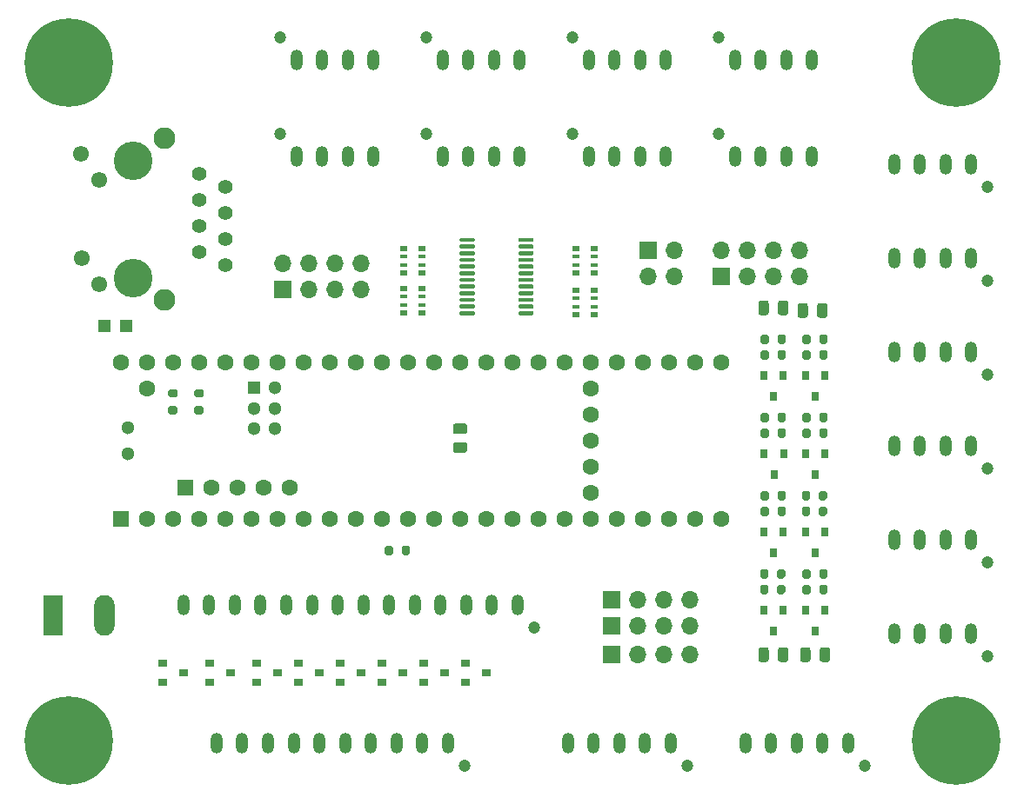
<source format=gbr>
%TF.GenerationSoftware,KiCad,Pcbnew,5.1.9-73d0e3b20d~88~ubuntu20.04.1*%
%TF.CreationDate,2021-02-26T13:03:21-08:00*%
%TF.ProjectId,TeensyMonitorV5,5465656e-7379-44d6-9f6e-69746f725635,rev?*%
%TF.SameCoordinates,Original*%
%TF.FileFunction,Soldermask,Top*%
%TF.FilePolarity,Negative*%
%FSLAX46Y46*%
G04 Gerber Fmt 4.6, Leading zero omitted, Abs format (unit mm)*
G04 Created by KiCad (PCBNEW 5.1.9-73d0e3b20d~88~ubuntu20.04.1) date 2021-02-26 13:03:21*
%MOMM*%
%LPD*%
G01*
G04 APERTURE LIST*
%ADD10R,0.800000X0.500000*%
%ADD11R,0.800000X0.400000*%
%ADD12C,1.200000*%
%ADD13O,1.200000X2.000000*%
%ADD14O,1.700000X1.700000*%
%ADD15R,1.700000X1.700000*%
%ADD16C,1.300000*%
%ADD17C,1.600000*%
%ADD18R,1.300000X1.300000*%
%ADD19R,1.600000X1.600000*%
%ADD20C,2.108200*%
%ADD21C,3.759200*%
%ADD22C,1.549400*%
%ADD23C,1.397000*%
%ADD24R,1.200000X1.200000*%
%ADD25C,0.900000*%
%ADD26C,8.600000*%
%ADD27R,0.900000X0.800000*%
%ADD28R,0.800000X0.900000*%
%ADD29O,1.980000X3.960000*%
%ADD30R,1.980000X3.960000*%
G04 APERTURE END LIST*
D10*
%TO.C,RN34*%
X119772000Y-38284000D03*
D11*
X119772000Y-37484000D03*
D10*
X119772000Y-35884000D03*
D11*
X119772000Y-36684000D03*
D10*
X117972000Y-38284000D03*
D11*
X117972000Y-36684000D03*
X117972000Y-37484000D03*
D10*
X117972000Y-35884000D03*
%TD*%
D12*
%TO.C,J23*%
X158004000Y-75606000D03*
D13*
X156404000Y-73406000D03*
X153904000Y-73406000D03*
X151404000Y-73406000D03*
X148904000Y-73406000D03*
%TD*%
D12*
%TO.C,J22*%
X158004000Y-66462000D03*
D13*
X156404000Y-64262000D03*
X153904000Y-64262000D03*
X151404000Y-64262000D03*
X148904000Y-64262000D03*
%TD*%
D12*
%TO.C,J21*%
X158004000Y-57318000D03*
D13*
X156404000Y-55118000D03*
X153904000Y-55118000D03*
X151404000Y-55118000D03*
X148904000Y-55118000D03*
%TD*%
D12*
%TO.C,J20*%
X158004000Y-48174000D03*
D13*
X156404000Y-45974000D03*
X153904000Y-45974000D03*
X151404000Y-45974000D03*
X148904000Y-45974000D03*
%TD*%
D12*
%TO.C,U50*%
X113862000Y-72812000D03*
D13*
X112262000Y-70612000D03*
X109762000Y-70612000D03*
X107262000Y-70612000D03*
X104762000Y-70612000D03*
X102262000Y-70612000D03*
X99762000Y-70612000D03*
X97262000Y-70612000D03*
X94762000Y-70612000D03*
X92262000Y-70612000D03*
X89762000Y-70612000D03*
X87262000Y-70612000D03*
X84762000Y-70612000D03*
X82262000Y-70612000D03*
X79762000Y-70612000D03*
%TD*%
D12*
%TO.C,J39b1*%
X158004000Y-29886000D03*
D13*
X156404000Y-27686000D03*
X153904000Y-27686000D03*
X151404000Y-27686000D03*
X148904000Y-27686000D03*
%TD*%
D12*
%TO.C,J39a1*%
X158004000Y-39030000D03*
D13*
X156404000Y-36830000D03*
X153904000Y-36830000D03*
X151404000Y-36830000D03*
X148904000Y-36830000D03*
%TD*%
D12*
%TO.C,J55*%
X146046000Y-86274000D03*
D13*
X144446000Y-84074000D03*
X141946000Y-84074000D03*
X139446000Y-84074000D03*
X136946000Y-84074000D03*
X134446000Y-84074000D03*
%TD*%
D12*
%TO.C,J54*%
X128774000Y-86274000D03*
D13*
X127174000Y-84074000D03*
X124674000Y-84074000D03*
X122174000Y-84074000D03*
X119674000Y-84074000D03*
X117174000Y-84074000D03*
%TD*%
D12*
%TO.C,J40*%
X107084000Y-86274000D03*
D13*
X105484000Y-84074000D03*
X102984000Y-84074000D03*
X100484000Y-84074000D03*
X97984000Y-84074000D03*
X95484000Y-84074000D03*
X92984000Y-84074000D03*
X90484000Y-84074000D03*
X87984000Y-84074000D03*
X85484000Y-84074000D03*
X82984000Y-84074000D03*
%TD*%
D12*
%TO.C,J37*%
X131810000Y-24724000D03*
D13*
X133410000Y-26924000D03*
X135910000Y-26924000D03*
X138410000Y-26924000D03*
X140910000Y-26924000D03*
%TD*%
D12*
%TO.C,J36*%
X131810000Y-15326000D03*
D13*
X133410000Y-17526000D03*
X135910000Y-17526000D03*
X138410000Y-17526000D03*
X140910000Y-17526000D03*
%TD*%
D12*
%TO.C,J35*%
X117586000Y-24724000D03*
D13*
X119186000Y-26924000D03*
X121686000Y-26924000D03*
X124186000Y-26924000D03*
X126686000Y-26924000D03*
%TD*%
D12*
%TO.C,J34*%
X117586000Y-15326000D03*
D13*
X119186000Y-17526000D03*
X121686000Y-17526000D03*
X124186000Y-17526000D03*
X126686000Y-17526000D03*
%TD*%
D12*
%TO.C,J33*%
X103362000Y-24724000D03*
D13*
X104962000Y-26924000D03*
X107462000Y-26924000D03*
X109962000Y-26924000D03*
X112462000Y-26924000D03*
%TD*%
D12*
%TO.C,J32*%
X103362000Y-15326000D03*
D13*
X104962000Y-17526000D03*
X107462000Y-17526000D03*
X109962000Y-17526000D03*
X112462000Y-17526000D03*
%TD*%
D12*
%TO.C,J31*%
X89138000Y-24724000D03*
D13*
X90738000Y-26924000D03*
X93238000Y-26924000D03*
X95738000Y-26924000D03*
X98238000Y-26924000D03*
%TD*%
D12*
%TO.C,J30*%
X89138000Y-15326000D03*
D13*
X90738000Y-17526000D03*
X93238000Y-17526000D03*
X95738000Y-17526000D03*
X98238000Y-17526000D03*
%TD*%
%TO.C,R17*%
G36*
G01*
X106229999Y-54756000D02*
X107130001Y-54756000D01*
G75*
G02*
X107380000Y-55005999I0J-249999D01*
G01*
X107380000Y-55531001D01*
G75*
G02*
X107130001Y-55781000I-249999J0D01*
G01*
X106229999Y-55781000D01*
G75*
G02*
X105980000Y-55531001I0J249999D01*
G01*
X105980000Y-55005999D01*
G75*
G02*
X106229999Y-54756000I249999J0D01*
G01*
G37*
G36*
G01*
X106229999Y-52931000D02*
X107130001Y-52931000D01*
G75*
G02*
X107380000Y-53180999I0J-249999D01*
G01*
X107380000Y-53706001D01*
G75*
G02*
X107130001Y-53956000I-249999J0D01*
G01*
X106229999Y-53956000D01*
G75*
G02*
X105980000Y-53706001I0J249999D01*
G01*
X105980000Y-53180999D01*
G75*
G02*
X106229999Y-52931000I249999J0D01*
G01*
G37*
%TD*%
D14*
%TO.C,J5*%
X127508000Y-38608000D03*
X124968000Y-38608000D03*
X127508000Y-36068000D03*
D15*
X124968000Y-36068000D03*
%TD*%
D16*
%TO.C,U1*%
X74390000Y-53340000D03*
X74390000Y-55880000D03*
D17*
X119380000Y-49530000D03*
X119380000Y-52070000D03*
X119380000Y-54610000D03*
X119380000Y-57150000D03*
X119380000Y-59690000D03*
D16*
X86630000Y-53428400D03*
X88630000Y-53428400D03*
X88630000Y-51428400D03*
X86630000Y-51428400D03*
X88630000Y-49428400D03*
D18*
X86630000Y-49428400D03*
D17*
X114300000Y-62230000D03*
X116840000Y-62230000D03*
X119380000Y-62230000D03*
X121920000Y-62230000D03*
X111760000Y-62230000D03*
X109220000Y-62230000D03*
X106680000Y-62230000D03*
X124460000Y-62230000D03*
X127000000Y-62230000D03*
X129540000Y-62230000D03*
X132080000Y-62230000D03*
X132080000Y-46990000D03*
X129540000Y-46990000D03*
X127000000Y-46990000D03*
X124460000Y-46990000D03*
X121920000Y-46990000D03*
X119380000Y-46990000D03*
X116840000Y-46990000D03*
X114300000Y-46990000D03*
X111760000Y-46990000D03*
X109220000Y-46990000D03*
X104140000Y-62230000D03*
X101600000Y-62230000D03*
X99060000Y-62230000D03*
X96520000Y-62230000D03*
X93980000Y-62230000D03*
X91440000Y-62230000D03*
X88900000Y-62230000D03*
X86360000Y-62230000D03*
X83820000Y-62230000D03*
X81280000Y-62230000D03*
X78740000Y-62230000D03*
X76200000Y-62230000D03*
D19*
X73660000Y-62230000D03*
D17*
X106680000Y-46990000D03*
X104140000Y-46990000D03*
X101600000Y-46990000D03*
X99060000Y-46990000D03*
X96520000Y-46990000D03*
X93980000Y-46990000D03*
X91440000Y-46990000D03*
X88900000Y-46990000D03*
X86360000Y-46990000D03*
X83820000Y-46990000D03*
X81280000Y-46990000D03*
X78740000Y-46990000D03*
X76200000Y-46990000D03*
X73660000Y-46990000D03*
D19*
X79959200Y-59179200D03*
D17*
X82499200Y-59179200D03*
X85039200Y-59179200D03*
X87579200Y-59179200D03*
X90119200Y-59179200D03*
X76200000Y-49530000D03*
%TD*%
D20*
%TO.C,J4*%
X77940010Y-40894998D03*
X77940010Y-25145002D03*
D21*
X74890010Y-38735000D03*
X74890010Y-27305000D03*
D22*
X71530010Y-39345000D03*
X69830010Y-36805000D03*
X71530010Y-29235000D03*
X69810010Y-26695000D03*
D23*
X81260010Y-36195000D03*
X81260010Y-33655000D03*
X81260010Y-31115000D03*
X81260010Y-28575000D03*
X83800010Y-37465000D03*
X83800010Y-34925000D03*
X83800010Y-32385000D03*
X83800010Y-29845000D03*
%TD*%
D24*
%TO.C,C1*%
X74202000Y-43434000D03*
X72102000Y-43434000D03*
%TD*%
D14*
%TO.C,J3*%
X139700000Y-36068000D03*
X139700000Y-38608000D03*
X137160000Y-36068000D03*
X137160000Y-38608000D03*
X134620000Y-36068000D03*
X134620000Y-38608000D03*
X132080000Y-36068000D03*
D15*
X132080000Y-38608000D03*
%TD*%
D25*
%TO.C,H4*%
X157220419Y-81539581D03*
X154940000Y-80595000D03*
X152659581Y-81539581D03*
X151715000Y-83820000D03*
X152659581Y-86100419D03*
X154940000Y-87045000D03*
X157220419Y-86100419D03*
X158165000Y-83820000D03*
D26*
X154940000Y-83820000D03*
%TD*%
D25*
%TO.C,H3*%
X157220419Y-15499581D03*
X154940000Y-14555000D03*
X152659581Y-15499581D03*
X151715000Y-17780000D03*
X152659581Y-20060419D03*
X154940000Y-21005000D03*
X157220419Y-20060419D03*
X158165000Y-17780000D03*
D26*
X154940000Y-17780000D03*
%TD*%
D25*
%TO.C,H2*%
X70860419Y-81539581D03*
X68580000Y-80595000D03*
X66299581Y-81539581D03*
X65355000Y-83820000D03*
X66299581Y-86100419D03*
X68580000Y-87045000D03*
X70860419Y-86100419D03*
X71805000Y-83820000D03*
D26*
X68580000Y-83820000D03*
%TD*%
D25*
%TO.C,H1*%
X70860419Y-15499581D03*
X68580000Y-14555000D03*
X66299581Y-15499581D03*
X65355000Y-17780000D03*
X66299581Y-20060419D03*
X68580000Y-21005000D03*
X70860419Y-20060419D03*
X71805000Y-17780000D03*
D26*
X68580000Y-17780000D03*
%TD*%
%TO.C,U31*%
G36*
G01*
X112361000Y-35133000D02*
X112361000Y-34933000D01*
G75*
G02*
X112461000Y-34833000I100000J0D01*
G01*
X113736000Y-34833000D01*
G75*
G02*
X113836000Y-34933000I0J-100000D01*
G01*
X113836000Y-35133000D01*
G75*
G02*
X113736000Y-35233000I-100000J0D01*
G01*
X112461000Y-35233000D01*
G75*
G02*
X112361000Y-35133000I0J100000D01*
G01*
G37*
G36*
G01*
X112361000Y-35783000D02*
X112361000Y-35583000D01*
G75*
G02*
X112461000Y-35483000I100000J0D01*
G01*
X113736000Y-35483000D01*
G75*
G02*
X113836000Y-35583000I0J-100000D01*
G01*
X113836000Y-35783000D01*
G75*
G02*
X113736000Y-35883000I-100000J0D01*
G01*
X112461000Y-35883000D01*
G75*
G02*
X112361000Y-35783000I0J100000D01*
G01*
G37*
G36*
G01*
X112361000Y-36433000D02*
X112361000Y-36233000D01*
G75*
G02*
X112461000Y-36133000I100000J0D01*
G01*
X113736000Y-36133000D01*
G75*
G02*
X113836000Y-36233000I0J-100000D01*
G01*
X113836000Y-36433000D01*
G75*
G02*
X113736000Y-36533000I-100000J0D01*
G01*
X112461000Y-36533000D01*
G75*
G02*
X112361000Y-36433000I0J100000D01*
G01*
G37*
G36*
G01*
X112361000Y-37083000D02*
X112361000Y-36883000D01*
G75*
G02*
X112461000Y-36783000I100000J0D01*
G01*
X113736000Y-36783000D01*
G75*
G02*
X113836000Y-36883000I0J-100000D01*
G01*
X113836000Y-37083000D01*
G75*
G02*
X113736000Y-37183000I-100000J0D01*
G01*
X112461000Y-37183000D01*
G75*
G02*
X112361000Y-37083000I0J100000D01*
G01*
G37*
G36*
G01*
X112361000Y-37733000D02*
X112361000Y-37533000D01*
G75*
G02*
X112461000Y-37433000I100000J0D01*
G01*
X113736000Y-37433000D01*
G75*
G02*
X113836000Y-37533000I0J-100000D01*
G01*
X113836000Y-37733000D01*
G75*
G02*
X113736000Y-37833000I-100000J0D01*
G01*
X112461000Y-37833000D01*
G75*
G02*
X112361000Y-37733000I0J100000D01*
G01*
G37*
G36*
G01*
X112361000Y-38383000D02*
X112361000Y-38183000D01*
G75*
G02*
X112461000Y-38083000I100000J0D01*
G01*
X113736000Y-38083000D01*
G75*
G02*
X113836000Y-38183000I0J-100000D01*
G01*
X113836000Y-38383000D01*
G75*
G02*
X113736000Y-38483000I-100000J0D01*
G01*
X112461000Y-38483000D01*
G75*
G02*
X112361000Y-38383000I0J100000D01*
G01*
G37*
G36*
G01*
X112361000Y-39033000D02*
X112361000Y-38833000D01*
G75*
G02*
X112461000Y-38733000I100000J0D01*
G01*
X113736000Y-38733000D01*
G75*
G02*
X113836000Y-38833000I0J-100000D01*
G01*
X113836000Y-39033000D01*
G75*
G02*
X113736000Y-39133000I-100000J0D01*
G01*
X112461000Y-39133000D01*
G75*
G02*
X112361000Y-39033000I0J100000D01*
G01*
G37*
G36*
G01*
X112361000Y-39683000D02*
X112361000Y-39483000D01*
G75*
G02*
X112461000Y-39383000I100000J0D01*
G01*
X113736000Y-39383000D01*
G75*
G02*
X113836000Y-39483000I0J-100000D01*
G01*
X113836000Y-39683000D01*
G75*
G02*
X113736000Y-39783000I-100000J0D01*
G01*
X112461000Y-39783000D01*
G75*
G02*
X112361000Y-39683000I0J100000D01*
G01*
G37*
G36*
G01*
X112361000Y-40333000D02*
X112361000Y-40133000D01*
G75*
G02*
X112461000Y-40033000I100000J0D01*
G01*
X113736000Y-40033000D01*
G75*
G02*
X113836000Y-40133000I0J-100000D01*
G01*
X113836000Y-40333000D01*
G75*
G02*
X113736000Y-40433000I-100000J0D01*
G01*
X112461000Y-40433000D01*
G75*
G02*
X112361000Y-40333000I0J100000D01*
G01*
G37*
G36*
G01*
X112361000Y-40983000D02*
X112361000Y-40783000D01*
G75*
G02*
X112461000Y-40683000I100000J0D01*
G01*
X113736000Y-40683000D01*
G75*
G02*
X113836000Y-40783000I0J-100000D01*
G01*
X113836000Y-40983000D01*
G75*
G02*
X113736000Y-41083000I-100000J0D01*
G01*
X112461000Y-41083000D01*
G75*
G02*
X112361000Y-40983000I0J100000D01*
G01*
G37*
G36*
G01*
X112361000Y-41633000D02*
X112361000Y-41433000D01*
G75*
G02*
X112461000Y-41333000I100000J0D01*
G01*
X113736000Y-41333000D01*
G75*
G02*
X113836000Y-41433000I0J-100000D01*
G01*
X113836000Y-41633000D01*
G75*
G02*
X113736000Y-41733000I-100000J0D01*
G01*
X112461000Y-41733000D01*
G75*
G02*
X112361000Y-41633000I0J100000D01*
G01*
G37*
G36*
G01*
X112361000Y-42283000D02*
X112361000Y-42083000D01*
G75*
G02*
X112461000Y-41983000I100000J0D01*
G01*
X113736000Y-41983000D01*
G75*
G02*
X113836000Y-42083000I0J-100000D01*
G01*
X113836000Y-42283000D01*
G75*
G02*
X113736000Y-42383000I-100000J0D01*
G01*
X112461000Y-42383000D01*
G75*
G02*
X112361000Y-42283000I0J100000D01*
G01*
G37*
G36*
G01*
X106636000Y-42283000D02*
X106636000Y-42083000D01*
G75*
G02*
X106736000Y-41983000I100000J0D01*
G01*
X108011000Y-41983000D01*
G75*
G02*
X108111000Y-42083000I0J-100000D01*
G01*
X108111000Y-42283000D01*
G75*
G02*
X108011000Y-42383000I-100000J0D01*
G01*
X106736000Y-42383000D01*
G75*
G02*
X106636000Y-42283000I0J100000D01*
G01*
G37*
G36*
G01*
X106636000Y-41633000D02*
X106636000Y-41433000D01*
G75*
G02*
X106736000Y-41333000I100000J0D01*
G01*
X108011000Y-41333000D01*
G75*
G02*
X108111000Y-41433000I0J-100000D01*
G01*
X108111000Y-41633000D01*
G75*
G02*
X108011000Y-41733000I-100000J0D01*
G01*
X106736000Y-41733000D01*
G75*
G02*
X106636000Y-41633000I0J100000D01*
G01*
G37*
G36*
G01*
X106636000Y-40983000D02*
X106636000Y-40783000D01*
G75*
G02*
X106736000Y-40683000I100000J0D01*
G01*
X108011000Y-40683000D01*
G75*
G02*
X108111000Y-40783000I0J-100000D01*
G01*
X108111000Y-40983000D01*
G75*
G02*
X108011000Y-41083000I-100000J0D01*
G01*
X106736000Y-41083000D01*
G75*
G02*
X106636000Y-40983000I0J100000D01*
G01*
G37*
G36*
G01*
X106636000Y-40333000D02*
X106636000Y-40133000D01*
G75*
G02*
X106736000Y-40033000I100000J0D01*
G01*
X108011000Y-40033000D01*
G75*
G02*
X108111000Y-40133000I0J-100000D01*
G01*
X108111000Y-40333000D01*
G75*
G02*
X108011000Y-40433000I-100000J0D01*
G01*
X106736000Y-40433000D01*
G75*
G02*
X106636000Y-40333000I0J100000D01*
G01*
G37*
G36*
G01*
X106636000Y-39683000D02*
X106636000Y-39483000D01*
G75*
G02*
X106736000Y-39383000I100000J0D01*
G01*
X108011000Y-39383000D01*
G75*
G02*
X108111000Y-39483000I0J-100000D01*
G01*
X108111000Y-39683000D01*
G75*
G02*
X108011000Y-39783000I-100000J0D01*
G01*
X106736000Y-39783000D01*
G75*
G02*
X106636000Y-39683000I0J100000D01*
G01*
G37*
G36*
G01*
X106636000Y-39033000D02*
X106636000Y-38833000D01*
G75*
G02*
X106736000Y-38733000I100000J0D01*
G01*
X108011000Y-38733000D01*
G75*
G02*
X108111000Y-38833000I0J-100000D01*
G01*
X108111000Y-39033000D01*
G75*
G02*
X108011000Y-39133000I-100000J0D01*
G01*
X106736000Y-39133000D01*
G75*
G02*
X106636000Y-39033000I0J100000D01*
G01*
G37*
G36*
G01*
X106636000Y-38383000D02*
X106636000Y-38183000D01*
G75*
G02*
X106736000Y-38083000I100000J0D01*
G01*
X108011000Y-38083000D01*
G75*
G02*
X108111000Y-38183000I0J-100000D01*
G01*
X108111000Y-38383000D01*
G75*
G02*
X108011000Y-38483000I-100000J0D01*
G01*
X106736000Y-38483000D01*
G75*
G02*
X106636000Y-38383000I0J100000D01*
G01*
G37*
G36*
G01*
X106636000Y-37733000D02*
X106636000Y-37533000D01*
G75*
G02*
X106736000Y-37433000I100000J0D01*
G01*
X108011000Y-37433000D01*
G75*
G02*
X108111000Y-37533000I0J-100000D01*
G01*
X108111000Y-37733000D01*
G75*
G02*
X108011000Y-37833000I-100000J0D01*
G01*
X106736000Y-37833000D01*
G75*
G02*
X106636000Y-37733000I0J100000D01*
G01*
G37*
G36*
G01*
X106636000Y-37083000D02*
X106636000Y-36883000D01*
G75*
G02*
X106736000Y-36783000I100000J0D01*
G01*
X108011000Y-36783000D01*
G75*
G02*
X108111000Y-36883000I0J-100000D01*
G01*
X108111000Y-37083000D01*
G75*
G02*
X108011000Y-37183000I-100000J0D01*
G01*
X106736000Y-37183000D01*
G75*
G02*
X106636000Y-37083000I0J100000D01*
G01*
G37*
G36*
G01*
X106636000Y-36433000D02*
X106636000Y-36233000D01*
G75*
G02*
X106736000Y-36133000I100000J0D01*
G01*
X108011000Y-36133000D01*
G75*
G02*
X108111000Y-36233000I0J-100000D01*
G01*
X108111000Y-36433000D01*
G75*
G02*
X108011000Y-36533000I-100000J0D01*
G01*
X106736000Y-36533000D01*
G75*
G02*
X106636000Y-36433000I0J100000D01*
G01*
G37*
G36*
G01*
X106636000Y-35783000D02*
X106636000Y-35583000D01*
G75*
G02*
X106736000Y-35483000I100000J0D01*
G01*
X108011000Y-35483000D01*
G75*
G02*
X108111000Y-35583000I0J-100000D01*
G01*
X108111000Y-35783000D01*
G75*
G02*
X108011000Y-35883000I-100000J0D01*
G01*
X106736000Y-35883000D01*
G75*
G02*
X106636000Y-35783000I0J100000D01*
G01*
G37*
G36*
G01*
X106636000Y-35133000D02*
X106636000Y-34933000D01*
G75*
G02*
X106736000Y-34833000I100000J0D01*
G01*
X108011000Y-34833000D01*
G75*
G02*
X108111000Y-34933000I0J-100000D01*
G01*
X108111000Y-35133000D01*
G75*
G02*
X108011000Y-35233000I-100000J0D01*
G01*
X106736000Y-35233000D01*
G75*
G02*
X106636000Y-35133000I0J100000D01*
G01*
G37*
%TD*%
D10*
%TO.C,RN33*%
X119772000Y-42348000D03*
D11*
X119772000Y-41548000D03*
D10*
X119772000Y-39948000D03*
D11*
X119772000Y-40748000D03*
D10*
X117972000Y-42348000D03*
D11*
X117972000Y-40748000D03*
X117972000Y-41548000D03*
D10*
X117972000Y-39948000D03*
%TD*%
%TO.C,RN32*%
X101208000Y-39764000D03*
D11*
X101208000Y-40564000D03*
D10*
X101208000Y-42164000D03*
D11*
X101208000Y-41364000D03*
D10*
X103008000Y-39764000D03*
D11*
X103008000Y-41364000D03*
X103008000Y-40564000D03*
D10*
X103008000Y-42164000D03*
%TD*%
%TO.C,RN31*%
X101208000Y-35884000D03*
D11*
X101208000Y-36684000D03*
D10*
X101208000Y-38284000D03*
D11*
X101208000Y-37484000D03*
D10*
X103008000Y-35884000D03*
D11*
X103008000Y-37484000D03*
X103008000Y-36684000D03*
D10*
X103008000Y-38284000D03*
%TD*%
%TO.C,R51*%
G36*
G01*
X101009000Y-65553000D02*
X101009000Y-65003000D01*
G75*
G02*
X101209000Y-64803000I200000J0D01*
G01*
X101609000Y-64803000D01*
G75*
G02*
X101809000Y-65003000I0J-200000D01*
G01*
X101809000Y-65553000D01*
G75*
G02*
X101609000Y-65753000I-200000J0D01*
G01*
X101209000Y-65753000D01*
G75*
G02*
X101009000Y-65553000I0J200000D01*
G01*
G37*
G36*
G01*
X99359000Y-65553000D02*
X99359000Y-65003000D01*
G75*
G02*
X99559000Y-64803000I200000J0D01*
G01*
X99959000Y-64803000D01*
G75*
G02*
X100159000Y-65003000I0J-200000D01*
G01*
X100159000Y-65553000D01*
G75*
G02*
X99959000Y-65753000I-200000J0D01*
G01*
X99559000Y-65753000D01*
G75*
G02*
X99359000Y-65553000I0J200000D01*
G01*
G37*
%TD*%
%TO.C,R31*%
G36*
G01*
X81555000Y-50375000D02*
X81005000Y-50375000D01*
G75*
G02*
X80805000Y-50175000I0J200000D01*
G01*
X80805000Y-49775000D01*
G75*
G02*
X81005000Y-49575000I200000J0D01*
G01*
X81555000Y-49575000D01*
G75*
G02*
X81755000Y-49775000I0J-200000D01*
G01*
X81755000Y-50175000D01*
G75*
G02*
X81555000Y-50375000I-200000J0D01*
G01*
G37*
G36*
G01*
X81555000Y-52025000D02*
X81005000Y-52025000D01*
G75*
G02*
X80805000Y-51825000I0J200000D01*
G01*
X80805000Y-51425000D01*
G75*
G02*
X81005000Y-51225000I200000J0D01*
G01*
X81555000Y-51225000D01*
G75*
G02*
X81755000Y-51425000I0J-200000D01*
G01*
X81755000Y-51825000D01*
G75*
G02*
X81555000Y-52025000I-200000J0D01*
G01*
G37*
%TD*%
%TO.C,R30*%
G36*
G01*
X79015000Y-50375000D02*
X78465000Y-50375000D01*
G75*
G02*
X78265000Y-50175000I0J200000D01*
G01*
X78265000Y-49775000D01*
G75*
G02*
X78465000Y-49575000I200000J0D01*
G01*
X79015000Y-49575000D01*
G75*
G02*
X79215000Y-49775000I0J-200000D01*
G01*
X79215000Y-50175000D01*
G75*
G02*
X79015000Y-50375000I-200000J0D01*
G01*
G37*
G36*
G01*
X79015000Y-52025000D02*
X78465000Y-52025000D01*
G75*
G02*
X78265000Y-51825000I0J200000D01*
G01*
X78265000Y-51425000D01*
G75*
G02*
X78465000Y-51225000I200000J0D01*
G01*
X79015000Y-51225000D01*
G75*
G02*
X79215000Y-51425000I0J-200000D01*
G01*
X79215000Y-51825000D01*
G75*
G02*
X79015000Y-52025000I-200000J0D01*
G01*
G37*
%TD*%
%TO.C,R16*%
G36*
G01*
X136672000Y-68813000D02*
X136672000Y-69363000D01*
G75*
G02*
X136472000Y-69563000I-200000J0D01*
G01*
X136072000Y-69563000D01*
G75*
G02*
X135872000Y-69363000I0J200000D01*
G01*
X135872000Y-68813000D01*
G75*
G02*
X136072000Y-68613000I200000J0D01*
G01*
X136472000Y-68613000D01*
G75*
G02*
X136672000Y-68813000I0J-200000D01*
G01*
G37*
G36*
G01*
X138322000Y-68813000D02*
X138322000Y-69363000D01*
G75*
G02*
X138122000Y-69563000I-200000J0D01*
G01*
X137722000Y-69563000D01*
G75*
G02*
X137522000Y-69363000I0J200000D01*
G01*
X137522000Y-68813000D01*
G75*
G02*
X137722000Y-68613000I200000J0D01*
G01*
X138122000Y-68613000D01*
G75*
G02*
X138322000Y-68813000I0J-200000D01*
G01*
G37*
%TD*%
%TO.C,R15*%
G36*
G01*
X137522000Y-67839000D02*
X137522000Y-67289000D01*
G75*
G02*
X137722000Y-67089000I200000J0D01*
G01*
X138122000Y-67089000D01*
G75*
G02*
X138322000Y-67289000I0J-200000D01*
G01*
X138322000Y-67839000D01*
G75*
G02*
X138122000Y-68039000I-200000J0D01*
G01*
X137722000Y-68039000D01*
G75*
G02*
X137522000Y-67839000I0J200000D01*
G01*
G37*
G36*
G01*
X135872000Y-67839000D02*
X135872000Y-67289000D01*
G75*
G02*
X136072000Y-67089000I200000J0D01*
G01*
X136472000Y-67089000D01*
G75*
G02*
X136672000Y-67289000I0J-200000D01*
G01*
X136672000Y-67839000D01*
G75*
G02*
X136472000Y-68039000I-200000J0D01*
G01*
X136072000Y-68039000D01*
G75*
G02*
X135872000Y-67839000I0J200000D01*
G01*
G37*
%TD*%
%TO.C,R14*%
G36*
G01*
X140799000Y-68813000D02*
X140799000Y-69363000D01*
G75*
G02*
X140599000Y-69563000I-200000J0D01*
G01*
X140199000Y-69563000D01*
G75*
G02*
X139999000Y-69363000I0J200000D01*
G01*
X139999000Y-68813000D01*
G75*
G02*
X140199000Y-68613000I200000J0D01*
G01*
X140599000Y-68613000D01*
G75*
G02*
X140799000Y-68813000I0J-200000D01*
G01*
G37*
G36*
G01*
X142449000Y-68813000D02*
X142449000Y-69363000D01*
G75*
G02*
X142249000Y-69563000I-200000J0D01*
G01*
X141849000Y-69563000D01*
G75*
G02*
X141649000Y-69363000I0J200000D01*
G01*
X141649000Y-68813000D01*
G75*
G02*
X141849000Y-68613000I200000J0D01*
G01*
X142249000Y-68613000D01*
G75*
G02*
X142449000Y-68813000I0J-200000D01*
G01*
G37*
%TD*%
%TO.C,R13*%
G36*
G01*
X141649000Y-67839000D02*
X141649000Y-67289000D01*
G75*
G02*
X141849000Y-67089000I200000J0D01*
G01*
X142249000Y-67089000D01*
G75*
G02*
X142449000Y-67289000I0J-200000D01*
G01*
X142449000Y-67839000D01*
G75*
G02*
X142249000Y-68039000I-200000J0D01*
G01*
X141849000Y-68039000D01*
G75*
G02*
X141649000Y-67839000I0J200000D01*
G01*
G37*
G36*
G01*
X139999000Y-67839000D02*
X139999000Y-67289000D01*
G75*
G02*
X140199000Y-67089000I200000J0D01*
G01*
X140599000Y-67089000D01*
G75*
G02*
X140799000Y-67289000I0J-200000D01*
G01*
X140799000Y-67839000D01*
G75*
G02*
X140599000Y-68039000I-200000J0D01*
G01*
X140199000Y-68039000D01*
G75*
G02*
X139999000Y-67839000I0J200000D01*
G01*
G37*
%TD*%
%TO.C,R12*%
G36*
G01*
X136735000Y-61193000D02*
X136735000Y-61743000D01*
G75*
G02*
X136535000Y-61943000I-200000J0D01*
G01*
X136135000Y-61943000D01*
G75*
G02*
X135935000Y-61743000I0J200000D01*
G01*
X135935000Y-61193000D01*
G75*
G02*
X136135000Y-60993000I200000J0D01*
G01*
X136535000Y-60993000D01*
G75*
G02*
X136735000Y-61193000I0J-200000D01*
G01*
G37*
G36*
G01*
X138385000Y-61193000D02*
X138385000Y-61743000D01*
G75*
G02*
X138185000Y-61943000I-200000J0D01*
G01*
X137785000Y-61943000D01*
G75*
G02*
X137585000Y-61743000I0J200000D01*
G01*
X137585000Y-61193000D01*
G75*
G02*
X137785000Y-60993000I200000J0D01*
G01*
X138185000Y-60993000D01*
G75*
G02*
X138385000Y-61193000I0J-200000D01*
G01*
G37*
%TD*%
%TO.C,R11*%
G36*
G01*
X137585000Y-60219000D02*
X137585000Y-59669000D01*
G75*
G02*
X137785000Y-59469000I200000J0D01*
G01*
X138185000Y-59469000D01*
G75*
G02*
X138385000Y-59669000I0J-200000D01*
G01*
X138385000Y-60219000D01*
G75*
G02*
X138185000Y-60419000I-200000J0D01*
G01*
X137785000Y-60419000D01*
G75*
G02*
X137585000Y-60219000I0J200000D01*
G01*
G37*
G36*
G01*
X135935000Y-60219000D02*
X135935000Y-59669000D01*
G75*
G02*
X136135000Y-59469000I200000J0D01*
G01*
X136535000Y-59469000D01*
G75*
G02*
X136735000Y-59669000I0J-200000D01*
G01*
X136735000Y-60219000D01*
G75*
G02*
X136535000Y-60419000I-200000J0D01*
G01*
X136135000Y-60419000D01*
G75*
G02*
X135935000Y-60219000I0J200000D01*
G01*
G37*
%TD*%
%TO.C,R10*%
G36*
G01*
X140736000Y-61193000D02*
X140736000Y-61743000D01*
G75*
G02*
X140536000Y-61943000I-200000J0D01*
G01*
X140136000Y-61943000D01*
G75*
G02*
X139936000Y-61743000I0J200000D01*
G01*
X139936000Y-61193000D01*
G75*
G02*
X140136000Y-60993000I200000J0D01*
G01*
X140536000Y-60993000D01*
G75*
G02*
X140736000Y-61193000I0J-200000D01*
G01*
G37*
G36*
G01*
X142386000Y-61193000D02*
X142386000Y-61743000D01*
G75*
G02*
X142186000Y-61943000I-200000J0D01*
G01*
X141786000Y-61943000D01*
G75*
G02*
X141586000Y-61743000I0J200000D01*
G01*
X141586000Y-61193000D01*
G75*
G02*
X141786000Y-60993000I200000J0D01*
G01*
X142186000Y-60993000D01*
G75*
G02*
X142386000Y-61193000I0J-200000D01*
G01*
G37*
%TD*%
%TO.C,R9*%
G36*
G01*
X141586000Y-60219000D02*
X141586000Y-59669000D01*
G75*
G02*
X141786000Y-59469000I200000J0D01*
G01*
X142186000Y-59469000D01*
G75*
G02*
X142386000Y-59669000I0J-200000D01*
G01*
X142386000Y-60219000D01*
G75*
G02*
X142186000Y-60419000I-200000J0D01*
G01*
X141786000Y-60419000D01*
G75*
G02*
X141586000Y-60219000I0J200000D01*
G01*
G37*
G36*
G01*
X139936000Y-60219000D02*
X139936000Y-59669000D01*
G75*
G02*
X140136000Y-59469000I200000J0D01*
G01*
X140536000Y-59469000D01*
G75*
G02*
X140736000Y-59669000I0J-200000D01*
G01*
X140736000Y-60219000D01*
G75*
G02*
X140536000Y-60419000I-200000J0D01*
G01*
X140136000Y-60419000D01*
G75*
G02*
X139936000Y-60219000I0J200000D01*
G01*
G37*
%TD*%
%TO.C,R8*%
G36*
G01*
X136735000Y-53573000D02*
X136735000Y-54123000D01*
G75*
G02*
X136535000Y-54323000I-200000J0D01*
G01*
X136135000Y-54323000D01*
G75*
G02*
X135935000Y-54123000I0J200000D01*
G01*
X135935000Y-53573000D01*
G75*
G02*
X136135000Y-53373000I200000J0D01*
G01*
X136535000Y-53373000D01*
G75*
G02*
X136735000Y-53573000I0J-200000D01*
G01*
G37*
G36*
G01*
X138385000Y-53573000D02*
X138385000Y-54123000D01*
G75*
G02*
X138185000Y-54323000I-200000J0D01*
G01*
X137785000Y-54323000D01*
G75*
G02*
X137585000Y-54123000I0J200000D01*
G01*
X137585000Y-53573000D01*
G75*
G02*
X137785000Y-53373000I200000J0D01*
G01*
X138185000Y-53373000D01*
G75*
G02*
X138385000Y-53573000I0J-200000D01*
G01*
G37*
%TD*%
%TO.C,R7*%
G36*
G01*
X137585000Y-52599000D02*
X137585000Y-52049000D01*
G75*
G02*
X137785000Y-51849000I200000J0D01*
G01*
X138185000Y-51849000D01*
G75*
G02*
X138385000Y-52049000I0J-200000D01*
G01*
X138385000Y-52599000D01*
G75*
G02*
X138185000Y-52799000I-200000J0D01*
G01*
X137785000Y-52799000D01*
G75*
G02*
X137585000Y-52599000I0J200000D01*
G01*
G37*
G36*
G01*
X135935000Y-52599000D02*
X135935000Y-52049000D01*
G75*
G02*
X136135000Y-51849000I200000J0D01*
G01*
X136535000Y-51849000D01*
G75*
G02*
X136735000Y-52049000I0J-200000D01*
G01*
X136735000Y-52599000D01*
G75*
G02*
X136535000Y-52799000I-200000J0D01*
G01*
X136135000Y-52799000D01*
G75*
G02*
X135935000Y-52599000I0J200000D01*
G01*
G37*
%TD*%
%TO.C,R6*%
G36*
G01*
X140799000Y-53573000D02*
X140799000Y-54123000D01*
G75*
G02*
X140599000Y-54323000I-200000J0D01*
G01*
X140199000Y-54323000D01*
G75*
G02*
X139999000Y-54123000I0J200000D01*
G01*
X139999000Y-53573000D01*
G75*
G02*
X140199000Y-53373000I200000J0D01*
G01*
X140599000Y-53373000D01*
G75*
G02*
X140799000Y-53573000I0J-200000D01*
G01*
G37*
G36*
G01*
X142449000Y-53573000D02*
X142449000Y-54123000D01*
G75*
G02*
X142249000Y-54323000I-200000J0D01*
G01*
X141849000Y-54323000D01*
G75*
G02*
X141649000Y-54123000I0J200000D01*
G01*
X141649000Y-53573000D01*
G75*
G02*
X141849000Y-53373000I200000J0D01*
G01*
X142249000Y-53373000D01*
G75*
G02*
X142449000Y-53573000I0J-200000D01*
G01*
G37*
%TD*%
%TO.C,R5*%
G36*
G01*
X141649000Y-52599000D02*
X141649000Y-52049000D01*
G75*
G02*
X141849000Y-51849000I200000J0D01*
G01*
X142249000Y-51849000D01*
G75*
G02*
X142449000Y-52049000I0J-200000D01*
G01*
X142449000Y-52599000D01*
G75*
G02*
X142249000Y-52799000I-200000J0D01*
G01*
X141849000Y-52799000D01*
G75*
G02*
X141649000Y-52599000I0J200000D01*
G01*
G37*
G36*
G01*
X139999000Y-52599000D02*
X139999000Y-52049000D01*
G75*
G02*
X140199000Y-51849000I200000J0D01*
G01*
X140599000Y-51849000D01*
G75*
G02*
X140799000Y-52049000I0J-200000D01*
G01*
X140799000Y-52599000D01*
G75*
G02*
X140599000Y-52799000I-200000J0D01*
G01*
X140199000Y-52799000D01*
G75*
G02*
X139999000Y-52599000I0J200000D01*
G01*
G37*
%TD*%
%TO.C,R4*%
G36*
G01*
X136735000Y-45953000D02*
X136735000Y-46503000D01*
G75*
G02*
X136535000Y-46703000I-200000J0D01*
G01*
X136135000Y-46703000D01*
G75*
G02*
X135935000Y-46503000I0J200000D01*
G01*
X135935000Y-45953000D01*
G75*
G02*
X136135000Y-45753000I200000J0D01*
G01*
X136535000Y-45753000D01*
G75*
G02*
X136735000Y-45953000I0J-200000D01*
G01*
G37*
G36*
G01*
X138385000Y-45953000D02*
X138385000Y-46503000D01*
G75*
G02*
X138185000Y-46703000I-200000J0D01*
G01*
X137785000Y-46703000D01*
G75*
G02*
X137585000Y-46503000I0J200000D01*
G01*
X137585000Y-45953000D01*
G75*
G02*
X137785000Y-45753000I200000J0D01*
G01*
X138185000Y-45753000D01*
G75*
G02*
X138385000Y-45953000I0J-200000D01*
G01*
G37*
%TD*%
%TO.C,R3*%
G36*
G01*
X137585000Y-44979000D02*
X137585000Y-44429000D01*
G75*
G02*
X137785000Y-44229000I200000J0D01*
G01*
X138185000Y-44229000D01*
G75*
G02*
X138385000Y-44429000I0J-200000D01*
G01*
X138385000Y-44979000D01*
G75*
G02*
X138185000Y-45179000I-200000J0D01*
G01*
X137785000Y-45179000D01*
G75*
G02*
X137585000Y-44979000I0J200000D01*
G01*
G37*
G36*
G01*
X135935000Y-44979000D02*
X135935000Y-44429000D01*
G75*
G02*
X136135000Y-44229000I200000J0D01*
G01*
X136535000Y-44229000D01*
G75*
G02*
X136735000Y-44429000I0J-200000D01*
G01*
X136735000Y-44979000D01*
G75*
G02*
X136535000Y-45179000I-200000J0D01*
G01*
X136135000Y-45179000D01*
G75*
G02*
X135935000Y-44979000I0J200000D01*
G01*
G37*
%TD*%
%TO.C,R2*%
G36*
G01*
X140799000Y-45953000D02*
X140799000Y-46503000D01*
G75*
G02*
X140599000Y-46703000I-200000J0D01*
G01*
X140199000Y-46703000D01*
G75*
G02*
X139999000Y-46503000I0J200000D01*
G01*
X139999000Y-45953000D01*
G75*
G02*
X140199000Y-45753000I200000J0D01*
G01*
X140599000Y-45753000D01*
G75*
G02*
X140799000Y-45953000I0J-200000D01*
G01*
G37*
G36*
G01*
X142449000Y-45953000D02*
X142449000Y-46503000D01*
G75*
G02*
X142249000Y-46703000I-200000J0D01*
G01*
X141849000Y-46703000D01*
G75*
G02*
X141649000Y-46503000I0J200000D01*
G01*
X141649000Y-45953000D01*
G75*
G02*
X141849000Y-45753000I200000J0D01*
G01*
X142249000Y-45753000D01*
G75*
G02*
X142449000Y-45953000I0J-200000D01*
G01*
G37*
%TD*%
%TO.C,R1*%
G36*
G01*
X141649000Y-44979000D02*
X141649000Y-44429000D01*
G75*
G02*
X141849000Y-44229000I200000J0D01*
G01*
X142249000Y-44229000D01*
G75*
G02*
X142449000Y-44429000I0J-200000D01*
G01*
X142449000Y-44979000D01*
G75*
G02*
X142249000Y-45179000I-200000J0D01*
G01*
X141849000Y-45179000D01*
G75*
G02*
X141649000Y-44979000I0J200000D01*
G01*
G37*
G36*
G01*
X139999000Y-44979000D02*
X139999000Y-44429000D01*
G75*
G02*
X140199000Y-44229000I200000J0D01*
G01*
X140599000Y-44229000D01*
G75*
G02*
X140799000Y-44429000I0J-200000D01*
G01*
X140799000Y-44979000D01*
G75*
G02*
X140599000Y-45179000I-200000J0D01*
G01*
X140199000Y-45179000D01*
G75*
G02*
X139999000Y-44979000I0J200000D01*
G01*
G37*
%TD*%
D27*
%TO.C,Q47*%
X109220000Y-77216000D03*
X107220000Y-78166000D03*
X107220000Y-76266000D03*
%TD*%
%TO.C,Q46*%
X105140000Y-77216000D03*
X103140000Y-78166000D03*
X103140000Y-76266000D03*
%TD*%
%TO.C,Q45*%
X101092000Y-77216000D03*
X99092000Y-78166000D03*
X99092000Y-76266000D03*
%TD*%
%TO.C,Q44*%
X97028000Y-77216000D03*
X95028000Y-78166000D03*
X95028000Y-76266000D03*
%TD*%
%TO.C,Q43*%
X92964000Y-77216000D03*
X90964000Y-78166000D03*
X90964000Y-76266000D03*
%TD*%
%TO.C,Q42*%
X88884000Y-77216000D03*
X86884000Y-78166000D03*
X86884000Y-76266000D03*
%TD*%
%TO.C,Q41*%
X84328000Y-77216000D03*
X82328000Y-78166000D03*
X82328000Y-76266000D03*
%TD*%
%TO.C,Q40*%
X79740000Y-77216000D03*
X77740000Y-78166000D03*
X77740000Y-76266000D03*
%TD*%
D28*
%TO.C,Q28*%
X137160000Y-73136000D03*
X136210000Y-71136000D03*
X138110000Y-71136000D03*
%TD*%
%TO.C,Q27*%
X141224000Y-73136000D03*
X140274000Y-71136000D03*
X142174000Y-71136000D03*
%TD*%
%TO.C,Q26*%
X137160000Y-65500000D03*
X136210000Y-63500000D03*
X138110000Y-63500000D03*
%TD*%
%TO.C,Q25*%
X141224000Y-65516000D03*
X140274000Y-63516000D03*
X142174000Y-63516000D03*
%TD*%
%TO.C,Q24*%
X137226000Y-57880000D03*
X136276000Y-55880000D03*
X138176000Y-55880000D03*
%TD*%
%TO.C,Q23*%
X141224000Y-57896000D03*
X140274000Y-55896000D03*
X142174000Y-55896000D03*
%TD*%
%TO.C,Q22*%
X137160000Y-50276000D03*
X136210000Y-48276000D03*
X138110000Y-48276000D03*
%TD*%
%TO.C,Q21*%
X141224000Y-50276000D03*
X140274000Y-48276000D03*
X142174000Y-48276000D03*
%TD*%
D14*
%TO.C,J53*%
X129032000Y-70104000D03*
X126492000Y-70104000D03*
X123952000Y-70104000D03*
D15*
X121412000Y-70104000D03*
%TD*%
D14*
%TO.C,J52*%
X129032000Y-72644000D03*
X126492000Y-72644000D03*
X123952000Y-72644000D03*
D15*
X121412000Y-72644000D03*
%TD*%
D14*
%TO.C,J51*%
X129032000Y-75438000D03*
X126492000Y-75438000D03*
X123952000Y-75438000D03*
D15*
X121412000Y-75438000D03*
%TD*%
D14*
%TO.C,J2*%
X97028000Y-37338000D03*
X97028000Y-39878000D03*
X94488000Y-37338000D03*
X94488000Y-39878000D03*
X91948000Y-37338000D03*
X91948000Y-39878000D03*
X89408000Y-37338000D03*
D15*
X89408000Y-39878000D03*
%TD*%
D29*
%TO.C,J1*%
X72056000Y-71628000D03*
D30*
X67056000Y-71628000D03*
%TD*%
%TO.C,C24*%
G36*
G01*
X140774000Y-74963000D02*
X140774000Y-75913000D01*
G75*
G02*
X140524000Y-76163000I-250000J0D01*
G01*
X140024000Y-76163000D01*
G75*
G02*
X139774000Y-75913000I0J250000D01*
G01*
X139774000Y-74963000D01*
G75*
G02*
X140024000Y-74713000I250000J0D01*
G01*
X140524000Y-74713000D01*
G75*
G02*
X140774000Y-74963000I0J-250000D01*
G01*
G37*
G36*
G01*
X142674000Y-74963000D02*
X142674000Y-75913000D01*
G75*
G02*
X142424000Y-76163000I-250000J0D01*
G01*
X141924000Y-76163000D01*
G75*
G02*
X141674000Y-75913000I0J250000D01*
G01*
X141674000Y-74963000D01*
G75*
G02*
X141924000Y-74713000I250000J0D01*
G01*
X142424000Y-74713000D01*
G75*
G02*
X142674000Y-74963000I0J-250000D01*
G01*
G37*
%TD*%
%TO.C,C23*%
G36*
G01*
X137610000Y-75913000D02*
X137610000Y-74963000D01*
G75*
G02*
X137860000Y-74713000I250000J0D01*
G01*
X138360000Y-74713000D01*
G75*
G02*
X138610000Y-74963000I0J-250000D01*
G01*
X138610000Y-75913000D01*
G75*
G02*
X138360000Y-76163000I-250000J0D01*
G01*
X137860000Y-76163000D01*
G75*
G02*
X137610000Y-75913000I0J250000D01*
G01*
G37*
G36*
G01*
X135710000Y-75913000D02*
X135710000Y-74963000D01*
G75*
G02*
X135960000Y-74713000I250000J0D01*
G01*
X136460000Y-74713000D01*
G75*
G02*
X136710000Y-74963000I0J-250000D01*
G01*
X136710000Y-75913000D01*
G75*
G02*
X136460000Y-76163000I-250000J0D01*
G01*
X135960000Y-76163000D01*
G75*
G02*
X135710000Y-75913000I0J250000D01*
G01*
G37*
%TD*%
%TO.C,C22*%
G36*
G01*
X140520000Y-41435000D02*
X140520000Y-42385000D01*
G75*
G02*
X140270000Y-42635000I-250000J0D01*
G01*
X139770000Y-42635000D01*
G75*
G02*
X139520000Y-42385000I0J250000D01*
G01*
X139520000Y-41435000D01*
G75*
G02*
X139770000Y-41185000I250000J0D01*
G01*
X140270000Y-41185000D01*
G75*
G02*
X140520000Y-41435000I0J-250000D01*
G01*
G37*
G36*
G01*
X142420000Y-41435000D02*
X142420000Y-42385000D01*
G75*
G02*
X142170000Y-42635000I-250000J0D01*
G01*
X141670000Y-42635000D01*
G75*
G02*
X141420000Y-42385000I0J250000D01*
G01*
X141420000Y-41435000D01*
G75*
G02*
X141670000Y-41185000I250000J0D01*
G01*
X142170000Y-41185000D01*
G75*
G02*
X142420000Y-41435000I0J-250000D01*
G01*
G37*
%TD*%
%TO.C,C21*%
G36*
G01*
X137610000Y-42131000D02*
X137610000Y-41181000D01*
G75*
G02*
X137860000Y-40931000I250000J0D01*
G01*
X138360000Y-40931000D01*
G75*
G02*
X138610000Y-41181000I0J-250000D01*
G01*
X138610000Y-42131000D01*
G75*
G02*
X138360000Y-42381000I-250000J0D01*
G01*
X137860000Y-42381000D01*
G75*
G02*
X137610000Y-42131000I0J250000D01*
G01*
G37*
G36*
G01*
X135710000Y-42131000D02*
X135710000Y-41181000D01*
G75*
G02*
X135960000Y-40931000I250000J0D01*
G01*
X136460000Y-40931000D01*
G75*
G02*
X136710000Y-41181000I0J-250000D01*
G01*
X136710000Y-42131000D01*
G75*
G02*
X136460000Y-42381000I-250000J0D01*
G01*
X135960000Y-42381000D01*
G75*
G02*
X135710000Y-42131000I0J250000D01*
G01*
G37*
%TD*%
M02*

</source>
